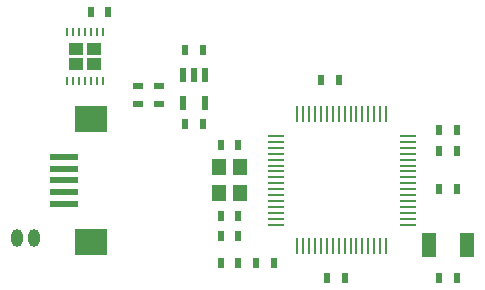
<source format=gbr>
%TF.GenerationSoftware,Altium Limited,Altium Designer,18.1.9 (240)*%
G04 Layer_Color=128*
%FSLAX26Y26*%
%MOIN*%
%TF.FileFunction,Paste,Bot*%
%TF.Part,Single*%
G01*
G75*
%TA.AperFunction,SMDPad,CuDef*%
%ADD11R,0.023622X0.035433*%
%ADD23R,0.035433X0.023622*%
%ADD33R,0.094488X0.023622*%
%ADD34R,0.110236X0.086614*%
%ADD35R,0.023622X0.050000*%
%ADD36R,0.023622X0.050000*%
%ADD37R,0.047244X0.078740*%
%ADD38O,0.039370X0.059055*%
%ADD39R,0.047244X0.055118*%
%ADD40O,0.057087X0.009842*%
%ADD41O,0.009842X0.057087*%
%TA.AperFunction,NonConductor*%
%ADD63R,0.051181X0.043307*%
%ADD64R,0.009843X0.027559*%
%ADD65R,0.009843X0.027559*%
%ADD66R,0.009843X0.027559*%
%ADD67R,0.009842X0.027559*%
D11*
X738189Y816929D02*
D03*
X797244D02*
D03*
Y1062992D02*
D03*
X738189D02*
D03*
X1269685Y305118D02*
D03*
X1210630D02*
D03*
X423156Y1190945D02*
D03*
X482212D02*
D03*
X1643701Y797244D02*
D03*
X1584646D02*
D03*
Y728346D02*
D03*
X1643701D02*
D03*
X915354Y354331D02*
D03*
X856299D02*
D03*
X915354Y442913D02*
D03*
X856299D02*
D03*
X974409Y354331D02*
D03*
X1033465D02*
D03*
X1643701Y600394D02*
D03*
X1584646D02*
D03*
X1643701Y305118D02*
D03*
X1584646D02*
D03*
X915354Y748032D02*
D03*
X856299D02*
D03*
X915354Y511811D02*
D03*
X856299D02*
D03*
X1190945Y964567D02*
D03*
X1250000D02*
D03*
D23*
X580709Y885827D02*
D03*
Y944882D02*
D03*
X649606D02*
D03*
Y885827D02*
D03*
D33*
X334646Y590551D02*
D03*
Y629921D02*
D03*
Y669291D02*
D03*
Y708662D02*
D03*
Y551181D02*
D03*
D34*
X425197Y834646D02*
D03*
Y425197D02*
D03*
D35*
X805118Y982284D02*
D03*
X767742Y982290D02*
D03*
X730341D02*
D03*
D36*
X805144Y887802D02*
D03*
X730341D02*
D03*
D37*
X1677165Y413386D02*
D03*
X1551181D02*
D03*
D38*
X234252Y437776D02*
D03*
X179134D02*
D03*
D39*
X852362Y673229D02*
D03*
Y586614D02*
D03*
X919291D02*
D03*
Y673229D02*
D03*
D40*
X1479331Y777559D02*
D03*
Y757874D02*
D03*
Y738189D02*
D03*
Y718504D02*
D03*
Y698819D02*
D03*
Y679134D02*
D03*
Y659449D02*
D03*
Y639764D02*
D03*
Y620079D02*
D03*
Y600394D02*
D03*
Y580709D02*
D03*
Y561024D02*
D03*
Y541339D02*
D03*
Y521654D02*
D03*
Y501969D02*
D03*
Y482284D02*
D03*
X1040354D02*
D03*
Y501969D02*
D03*
Y521654D02*
D03*
Y541339D02*
D03*
Y561024D02*
D03*
Y580709D02*
D03*
Y600394D02*
D03*
Y620079D02*
D03*
Y639764D02*
D03*
Y659449D02*
D03*
Y679134D02*
D03*
Y698819D02*
D03*
Y718504D02*
D03*
Y738189D02*
D03*
Y757874D02*
D03*
Y777559D02*
D03*
D41*
X1407480Y410433D02*
D03*
X1387795D02*
D03*
X1368110D02*
D03*
X1348425D02*
D03*
X1328740D02*
D03*
X1309055D02*
D03*
X1289370D02*
D03*
X1269685D02*
D03*
X1250000D02*
D03*
X1230315D02*
D03*
X1210630D02*
D03*
X1190945D02*
D03*
X1171260D02*
D03*
X1151575D02*
D03*
X1131890D02*
D03*
X1112205D02*
D03*
Y849409D02*
D03*
X1131890D02*
D03*
X1151575D02*
D03*
X1171260D02*
D03*
X1190945D02*
D03*
X1210630D02*
D03*
X1230315D02*
D03*
X1250000D02*
D03*
X1269685D02*
D03*
X1289370D02*
D03*
X1309055D02*
D03*
X1328740D02*
D03*
X1348425D02*
D03*
X1368110D02*
D03*
X1387795D02*
D03*
X1407480D02*
D03*
D63*
X374016Y1017716D02*
D03*
X433071D02*
D03*
Y1068898D02*
D03*
X374016D02*
D03*
D64*
X462599Y1124011D02*
D03*
X442914D02*
D03*
X364174D02*
D03*
X344489D02*
D03*
X344482Y962598D02*
D03*
X364167D02*
D03*
X442908D02*
D03*
X462593D02*
D03*
X383864Y1124016D02*
D03*
D65*
X423228Y1124016D02*
D03*
D66*
X403543Y1124015D02*
D03*
D67*
X383857Y962598D02*
D03*
X403542D02*
D03*
X423227D02*
D03*
%TF.MD5,6126bffd895c7857d9e567617cbeb78a*%
M02*

</source>
